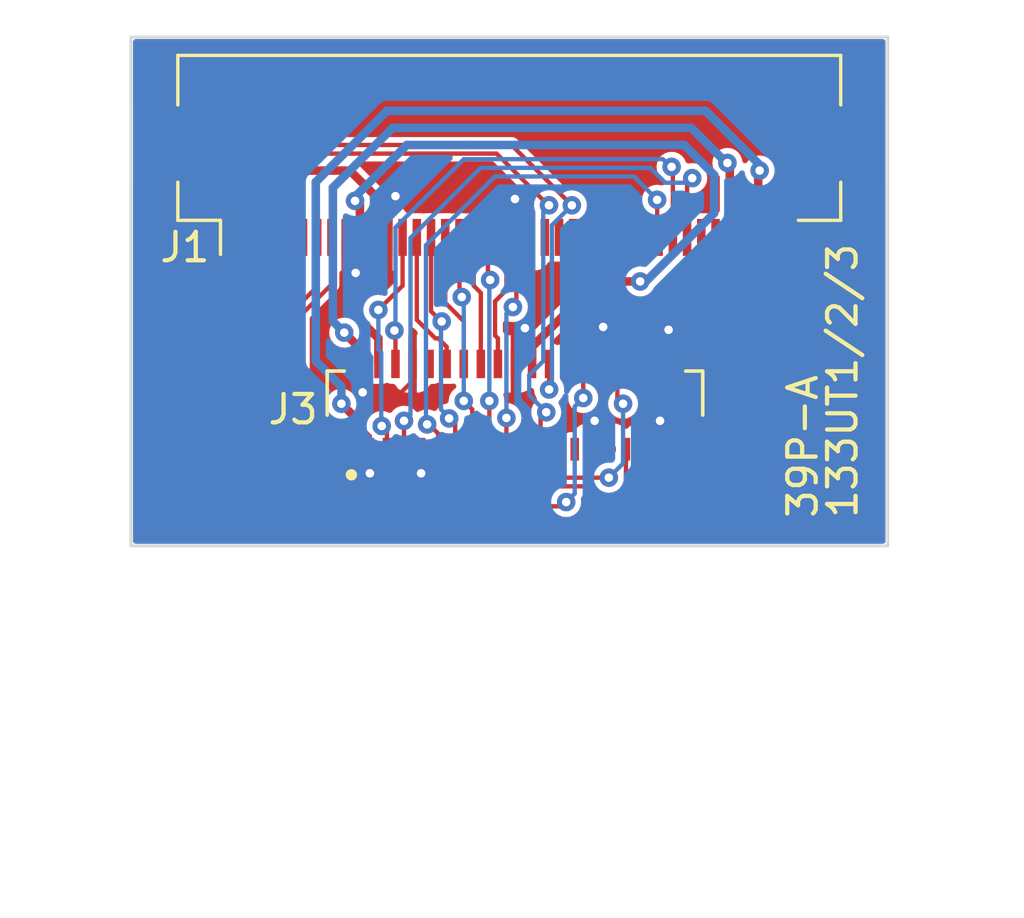
<source format=kicad_pcb>
(kicad_pcb (version 20240108) (generator "pcbnew") (generator_version "8.0")
  (layers (0 "F.Cu" signal) (31 "B.Cu" signal) (34 "B.Paste" user) (35 "F.Paste" user) (36 "B.SilkS" user "B.Silkscreen") (37 "F.SilkS" user "F.Silkscreen") (38 "B.Mask" user) (39 "F.Mask" user) (44 "Edge.Cuts" user))
  (net 0 "")
  (net 1 "VGL")
  (net 2 "GND")
  (net 3 "VGH")
  (net 4 "VCOM")
  (net 5 "VPOS")
  (net 6 "VNEG")
  (net 7 "+3V3")
  (net 10 "/BORDER")
  (net 14 "/GDOE")
  (net 15 "/GDCLK")
  (net 16 "/GDSP")
  (net 17 "/ESDCLK")
  (net 18 "/ED0")
  (net 19 "/ED8")
  (net 20 "/ED1")
  (net 21 "/ED9")
  (net 22 "/ED2")
  (net 23 "/ED10")
  (net 24 "/ED3")
  (net 25 "/ED11")
  (net 26 "/ED4")
  (net 27 "/ED12")
  (net 28 "/ED5")
  (net 29 "/ED13")
  (net 30 "/ED6")
  (net 31 "/ED14")
  (net 32 "/ED7")
  (net 33 "/ED15")
  (net 34 "/SDCE0")
  (net 35 "/ESDLE")
  (net 36 "/ESDOE")
  (footprint "footprints:Hirose_FH12-40S-0.5SH_1x40-1MP_P0.50mm_Horizontal_Reversed" (layer "F.Cu") (at 165.9 78.15 180)
    (property "Reference" "J1" (at 11.4 -2.25 0) (layer "F.SilkS"))
    (property "Value" "FH12-40S-0.5SH")
    (fp_line (start 11.65 4.5) (end 11.65 2.76) (stroke (width 0.12)) (layer "F.SilkS"))
    (fp_line (start 11.65 -1.3) (end 11.65 0.04) (stroke (width 0.12)) (layer "F.SilkS"))
    (fp_line (start 10.16 -1.3) (end 11.65 -1.3) (stroke (width 0.12)) (layer "F.SilkS"))
    (fp_line (start 10.15 -1.3) (end 10.15 -2.5) (stroke (width 0.12)) (layer "F.SilkS"))
    (fp_line (start -10.16 -1.3) (end -11.65 -1.3) (stroke (width 0.12)) (layer "F.SilkS"))
    (fp_line (start -11.65 4.5) (end 11.65 4.5) (stroke (width 0.12)) (layer "F.SilkS"))
    (fp_line (start -11.65 2.76) (end -11.65 4.5) (stroke (width 0.12)) (layer "F.SilkS"))
    (fp_line (start -11.65 -1.3) (end -11.65 0.04) (stroke (width 0.12)) (layer "F.SilkS"))
    (pad "1" smd rect (at 9.75 -1.9) (size 0.3 1.3) (layers "F.Cu" "F.Paste" "F.Mask") (net 1 "VGL"))
    (pad "2" smd rect (at 9.25 -1.9) (size 0.3 1.3) (layers "F.Cu" "F.Paste" "F.Mask"))
    (pad "3" smd rect (at 8.75 -1.9) (size 0.3 1.3) (layers "F.Cu" "F.Paste" "F.Mask") (net 3 "VGH"))
    (pad "4" smd rect (at 8.25 -1.9) (size 0.3 1.3) (layers "F.Cu" "F.Paste" "F.Mask"))
    (pad "5" smd rect (at 7.75 -1.9) (size 0.3 1.3) (layers "F.Cu" "F.Paste" "F.Mask") (net 7 "+3V3"))
    (pad "6" smd rect (at 7.25 -1.9) (size 0.3 1.3) (layers "F.Cu" "F.Paste" "F.Mask") (net 14 "/GDOE"))
    (pad "7" smd rect (at 6.75 -1.9) (size 0.3 1.3) (layers "F.Cu" "F.Paste" "F.Mask") (net 15 "/GDCLK"))
    (pad "8" smd rect (at 6.25 -1.9) (size 0.3 1.3) (layers "F.Cu" "F.Paste" "F.Mask") (net 16 "/GDSP"))
    (pad "9" smd rect (at 5.75 -1.9) (size 0.3 1.3) (layers "F.Cu" "F.Paste" "F.Mask") (net 2 "GND"))
    (pad "10" smd rect (at 5.25 -1.9) (size 0.3 1.3) (layers "F.Cu" "F.Paste" "F.Mask") (net 4 "VCOM"))
    (pad "11" smd rect (at 4.75 -1.9) (size 0.3 1.3) (layers "F.Cu" "F.Paste" "F.Mask") (net 7 "+3V3"))
    (pad "12" smd rect (at 4.25 -1.9) (size 0.3 1.3) (layers "F.Cu" "F.Paste" "F.Mask") (net 2 "GND"))
    (pad "13" smd rect (at 3.75 -1.9) (size 0.3 1.3) (layers "F.Cu" "F.Paste" "F.Mask") (net 17 "/ESDCLK"))
    (pad "14" smd rect (at 3.25 -1.9) (size 0.3 1.3) (layers "F.Cu" "F.Paste" "F.Mask") (net 18 "/ED0"))
    (pad "15" smd rect (at 2.75 -1.9) (size 0.3 1.3) (layers "F.Cu" "F.Paste" "F.Mask") (net 20 "/ED1"))
    (pad "16" smd rect (at 2.25 -1.9) (size 0.3 1.3) (layers "F.Cu" "F.Paste" "F.Mask") (net 22 "/ED2"))
    (pad "17" smd rect (at 1.75 -1.9) (size 0.3 1.3) (layers "F.Cu" "F.Paste" "F.Mask") (net 24 "/ED3"))
    (pad "18" smd rect (at 1.25 -1.9) (size 0.3 1.3) (layers "F.Cu" "F.Paste" "F.Mask") (net 26 "/ED4"))
    (pad "19" smd rect (at 0.75 -1.9) (size 0.3 1.3) (layers "F.Cu" "F.Paste" "F.Mask") (net 28 "/ED5"))
    (pad "20" smd rect (at 0.25 -1.9) (size 0.3 1.3) (layers "F.Cu" "F.Paste" "F.Mask") (net 30 "/ED6"))
    (pad "21" smd rect (at -0.25 -1.9) (size 0.3 1.3) (layers "F.Cu" "F.Paste" "F.Mask") (net 32 "/ED7"))
    (pad "22" smd rect (at -0.75 -1.9) (size 0.3 1.3) (layers "F.Cu" "F.Paste" "F.Mask") (net 2 "GND"))
    (pad "23" smd rect (at -1.25 -1.9) (size 0.3 1.3) (layers "F.Cu" "F.Paste" "F.Mask") (net 19 "/ED8"))
    (pad "24" smd rect (at -1.75 -1.9) (size 0.3 1.3) (layers "F.Cu" "F.Paste" "F.Mask") (net 21 "/ED9"))
    (pad "25" smd rect (at -2.25 -1.9) (size 0.3 1.3) (layers "F.Cu" "F.Paste" "F.Mask") (net 23 "/ED10"))
    (pad "26" smd rect (at -2.75 -1.9) (size 0.3 1.3) (layers "F.Cu" "F.Paste" "F.Mask") (net 25 "/ED11"))
    (pad "27" smd rect (at -3.25 -1.9) (size 0.3 1.3) (layers "F.Cu" "F.Paste" "F.Mask") (net 27 "/ED12"))
    (pad "28" smd rect (at -3.75 -1.9) (size 0.3 1.3) (layers "F.Cu" "F.Paste" "F.Mask") (net 29 "/ED13"))
    (pad "29" smd rect (at -4.25 -1.9) (size 0.3 1.3) (layers "F.Cu" "F.Paste" "F.Mask") (net 31 "/ED14"))
    (pad "30" smd rect (at -4.75 -1.9) (size 0.3 1.3) (layers "F.Cu" "F.Paste" "F.Mask") (net 33 "/ED15"))
    (pad "31" smd rect (at -5.25 -1.9) (size 0.3 1.3) (layers "F.Cu" "F.Paste" "F.Mask") (net 34 "/SDCE0"))
    (pad "32" smd rect (at -5.75 -1.9) (size 0.3 1.3) (layers "F.Cu" "F.Paste" "F.Mask") (net 35 "/ESDLE"))
    (pad "33" smd rect (at -6.25 -1.9) (size 0.3 1.3) (layers "F.Cu" "F.Paste" "F.Mask") (net 36 "/ESDOE"))
    (pad "34" smd rect (at -6.75 -1.9) (size 0.3 1.3) (layers "F.Cu" "F.Paste" "F.Mask"))
    (pad "35" smd rect (at -7.25 -1.9) (size 0.3 1.3) (layers "F.Cu" "F.Paste" "F.Mask"))
    (pad "36" smd rect (at -7.75 -1.9) (size 0.3 1.3) (layers "F.Cu" "F.Paste" "F.Mask") (net 5 "VPOS"))
    (pad "37" smd rect (at -8.25 -1.9) (size 0.3 1.3) (layers "F.Cu" "F.Paste" "F.Mask"))
    (pad "38" smd rect (at -8.75 -1.9) (size 0.3 1.3) (layers "F.Cu" "F.Paste" "F.Mask") (net 6 "VNEG"))
    (pad "39" smd rect (at -9.25 -1.9) (size 0.3 1.3) (layers "F.Cu" "F.Paste" "F.Mask"))
    (pad "40" smd rect (at -9.75 -1.9) (size 0.3 1.3) (layers "F.Cu" "F.Paste" "F.Mask") (net 10 "/BORDER"))
    (pad "MP" smd rect (at -11.65 1.4 180) (size 1.8 2.2) (layers "F.Cu" "F.Paste" "F.Mask") (net 2 "GND"))
    (pad "MP" smd rect (at 11.65 1.4 180) (size 1.8 2.2) (layers "F.Cu" "F.Paste" "F.Mask") (net 2 "GND"))
  )
  (footprint "footprints:HRS_FH26W-39S-0.3SHW(60)" (layer "F.Cu") (at 166.1 86.1)
    (property "Reference" "J3" (at -7.8 0 0) (layer "F.SilkS"))
    (property "Value" "10064555-392120HLF")
    (fp_line (start -6.6 -1.35) (end -6 -1.35) (stroke (width 0.127)) (layer "F.SilkS"))
    (fp_line (start -6.6 0.2) (end -6.6 -1.35) (stroke (width 0.127)) (layer "F.SilkS"))
    (fp_line (start 6.6 -1.35) (end 6 -1.35) (stroke (width 0.127)) (layer "F.SilkS"))
    (fp_line (start 6.6 0.2) (end 6.6 -1.35) (stroke (width 0.127)) (layer "F.SilkS"))
    (fp_circle (center -5.75 2.3) (end -5.65 2.3) (stroke (width 0.2)) (fill none) (layer "F.SilkS"))
    (pad "1" smd rect (at -5.7 1.4) (size 0.3 0.8) (layers "F.Cu" "F.Paste" "F.Mask") (net 6 "VNEG"))
    (pad "2" smd rect (at -5.4 -1.6) (size 0.3 1) (layers "F.Cu" "F.Paste" "F.Mask") (net 5 "VPOS"))
    (pad "3" smd rect (at -5.1 1.4) (size 0.3 0.8) (layers "F.Cu" "F.Paste" "F.Mask") (net 2 "GND"))
    (pad "4" smd rect (at -4.8 -1.6) (size 0.3 1) (layers "F.Cu" "F.Paste" "F.Mask") (net 7 "+3V3"))
    (pad "5" smd rect (at -4.5 1.4) (size 0.3 0.8) (layers "F.Cu" "F.Paste" "F.Mask") (net 17 "/ESDCLK"))
    (pad "6" smd rect (at -4.2 -1.6) (size 0.3 1) (layers "F.Cu" "F.Paste" "F.Mask") (net 35 "/ESDLE"))
    (pad "7" smd rect (at -3.9 1.4) (size 0.3 0.8) (layers "F.Cu" "F.Paste" "F.Mask") (net 36 "/ESDOE"))
    (pad "8" smd rect (at -3.6 -1.6) (size 0.3 1) (layers "F.Cu" "F.Paste" "F.Mask") (net 2 "GND"))
    (pad "9" smd rect (at -3.3 1.4) (size 0.3 0.8) (layers "F.Cu" "F.Paste" "F.Mask") (net 2 "GND"))
    (pad "10" smd rect (at -3 -1.6) (size 0.3 1) (layers "F.Cu" "F.Paste" "F.Mask"))
    (pad "11" smd rect (at -2.7 1.4) (size 0.3 0.8) (layers "F.Cu" "F.Paste" "F.Mask") (net 34 "/SDCE0"))
    (pad "12" smd rect (at -2.4 -1.6) (size 0.3 1) (layers "F.Cu" "F.Paste" "F.Mask") (net 18 "/ED0"))
    (pad "13" smd rect (at -2.1 1.4) (size 0.3 0.8) (layers "F.Cu" "F.Paste" "F.Mask") (net 20 "/ED1"))
    (pad "14" smd rect (at -1.8 -1.6) (size 0.3 1) (layers "F.Cu" "F.Paste" "F.Mask") (net 22 "/ED2"))
    (pad "15" smd rect (at -1.5 1.4) (size 0.3 0.8) (layers "F.Cu" "F.Paste" "F.Mask") (net 24 "/ED3"))
    (pad "16" smd rect (at -1.2 -1.6) (size 0.3 1) (layers "F.Cu" "F.Paste" "F.Mask") (net 26 "/ED4"))
    (pad "17" smd rect (at -0.9 1.4) (size 0.3 0.8) (layers "F.Cu" "F.Paste" "F.Mask") (net 28 "/ED5"))
    (pad "18" smd rect (at -0.6 -1.6) (size 0.3 1) (layers "F.Cu" "F.Paste" "F.Mask") (net 30 "/ED6"))
    (pad "19" smd rect (at -0.3 1.4) (size 0.3 0.8) (layers "F.Cu" "F.Paste" "F.Mask") (net 32 "/ED7"))
    (pad "20" smd rect (at 0 -1.6) (size 0.3 1) (layers "F.Cu" "F.Paste" "F.Mask") (net 2 "GND"))
    (pad "21" smd rect (at 0.3 1.4) (size 0.3 0.8) (layers "F.Cu" "F.Paste" "F.Mask"))
    (pad "22" smd rect (at 0.6 -1.6) (size 0.3 1) (layers "F.Cu" "F.Paste" "F.Mask") (net 4 "VCOM"))
    (pad "23" smd rect (at 0.9 1.4) (size 0.3 0.8) (layers "F.Cu" "F.Paste" "F.Mask") (net 3 "VGH"))
    (pad "24" smd rect (at 1.2 -1.6) (size 0.3 1) (layers "F.Cu" "F.Paste" "F.Mask") (net 1 "VGL"))
    (pad "25" smd rect (at 1.5 1.4) (size 0.3 0.8) (layers "F.Cu" "F.Paste" "F.Mask"))
    (pad "26" smd rect (at 1.8 -1.6) (size 0.3 1) (layers "F.Cu" "F.Paste" "F.Mask"))
    (pad "27" smd rect (at 2.1 1.4) (size 0.3 0.8) (layers "F.Cu" "F.Paste" "F.Mask"))
    (pad "28" smd rect (at 2.4 -1.6) (size 0.3 1) (layers "F.Cu" "F.Paste" "F.Mask") (net 14 "/GDOE"))
    (pad "29" smd rect (at 2.7 1.4) (size 0.3 0.8) (layers "F.Cu" "F.Paste" "F.Mask") (net 2 "GND"))
    (pad "30" smd rect (at 3 -1.6) (size 0.3 1) (layers "F.Cu" "F.Paste" "F.Mask") (net 2 "GND"))
    (pad "31" smd rect (at 3.3 1.4) (size 0.3 0.8) (layers "F.Cu" "F.Paste" "F.Mask") (net 2 "GND"))
    (pad "32" smd rect (at 3.6 -1.6) (size 0.3 1) (layers "F.Cu" "F.Paste" "F.Mask") (net 16 "/GDSP"))
    (pad "33" smd rect (at 3.9 1.4) (size 0.3 0.8) (layers "F.Cu" "F.Paste" "F.Mask") (net 15 "/GDCLK"))
    (pad "34" smd rect (at 4.2 -1.6) (size 0.3 1) (layers "F.Cu" "F.Paste" "F.Mask") (net 10 "/BORDER"))
    (pad "35" smd rect (at 4.5 1.4) (size 0.3 0.8) (layers "F.Cu" "F.Paste" "F.Mask") (net 2 "GND"))
    (pad "36" smd rect (at 4.8 -1.6) (size 0.3 1) (layers "F.Cu" "F.Paste" "F.Mask") (net 2 "GND"))
    (pad "37" smd rect (at 5.1 1.4) (size 0.3 0.8) (layers "F.Cu" "F.Paste" "F.Mask") (net 2 "GND"))
    (pad "38" smd rect (at 5.4 -1.6) (size 0.3 1) (layers "F.Cu" "F.Paste" "F.Mask") (net 2 "GND"))
    (pad "39" smd rect (at 5.7 1.4) (size 0.3 0.8) (layers "F.Cu" "F.Paste" "F.Mask") (net 2 "GND"))
    (pad "S1" smd rect (at -6.4 1.125) (size 0.4 0.95) (layers "F.Cu" "F.Paste" "F.Mask"))
    (pad "S2" smd rect (at 6.4 1.125) (size 0.4 0.95) (layers "F.Cu" "F.Paste" "F.Mask"))
  )
  (gr_rect (start 152.6 73) (end 179.2 90.9) (stroke (width 0.1)) (fill none) (layer "Edge.Cuts"))
  (gr_text "133UT1/2/3" (at 178.2 90 90) (layer "F.SilkS") (effects (font (size 1 1)) (justify left bottom)))
  (gr_text "39P-A" (at 176.8 90 90) (layer "F.SilkS") (effects (font (size 1 1)) (justify left bottom)))
  (segment (start 157.5 76.8) (end 156.15 78.15) (width 0.1524) (layer "F.Cu") (net 1))
  (segment (start 156.15 78.15) (end 156.15 80.05) (width 0.1524) (layer "F.Cu") (net 1))
  (segment (start 167.3 84.5) (end 167.3 85.4) (width 0.1524) (layer "F.Cu") (net 1))
  (segment (start 168.1 78.923098) (end 165.976902 76.8) (width 0.1524) (layer "F.Cu") (net 1))
  (segment (start 165.976902 76.8) (end 157.5 76.8) (width 0.1524) (layer "F.Cu") (net 1))
  (via (at 168.1 78.923098) (size 0.65) (drill 0.3) (layers "F.Cu" "B.Cu") (net 1))
  (via (at 167.3 85.4) (size 0.65) (drill 0.3) (layers "F.Cu" "B.Cu") (net 1))
  (segment (start 168.1 78.923098) (end 167.4 79.623098) (width 0.1524) (layer "B.Cu") (net 1))
  (segment (start 167.4 79.623098) (end 167.4 85.3) (width 0.1524) (layer "B.Cu") (net 1))
  (segment (start 167.4 85.3) (end 167.3 85.4) (width 0.1524) (layer "B.Cu") (net 1))
  (segment (start 168.8 86.6) (end 168.9 86.5) (width 0.3) (layer "F.Cu") (net 2))
  (segment (start 171.2 87.5) (end 171.2 86.5) (width 0.3) (layer "F.Cu") (net 2))
  (segment (start 166.1 83.6281) (end 166.3281 83.4) (width 0.1524) (layer "F.Cu") (net 2))
  (segment (start 166.65 78.85) (end 166.6 78.8) (width 0.1524) (layer "F.Cu") (net 2))
  (segment (start 160.95 86.15) (end 161.4 85.7) (width 0.1524) (layer "F.Cu") (net 2))
  (segment (start 170.6 87.1) (end 171.2 86.5) (width 0.3) (layer "F.Cu") (net 2))
  (segment (start 169.4 87) (end 168.9 86.5) (width 0.3) (layer "F.Cu") (net 2))
  (segment (start 171.1 83.3) (end 171.5 83.3) (width 0.3) (layer "F.Cu") (net 2))
  (segment (start 160.15 81.05) (end 160.474392 81.374392) (width 0.1524) (layer "F.Cu") (net 2))
  (segment (start 169.1 84.5) (end 169.1 83.3) (width 0.1524) (layer "F.Cu") (net 2))
  (segment (start 170.9 83.5) (end 171.1 83.3) (width 0.3) (layer "F.Cu") (net 2))
  (segment (start 170.6 87.5) (end 170.6 87.1) (width 0.3) (layer "F.Cu") (net 2))
  (segment (start 169.1 83.3) (end 169.2 83.2) (width 0.1524) (layer "F.Cu") (net 2))
  (segment (start 160.8 86.846863) (end 160.8 86.3) (width 0.1524) (layer "F.Cu") (net 2))
  (segment (start 166.3281 83.4) (end 166.3281 83.364661) (width 0.1524) (layer "F.Cu") (net 2))
  (segment (start 162.8 87.5) (end 162.8 88.3719) (width 0.1524) (layer "F.Cu") (net 2))
  (segment (start 162.8 88.3719) (end 162.8 88.3469) (width 0.1524) (layer "F.Cu") (net 2))
  (segment (start 166.4 78.8) (end 166.2 78.8) (width 0.1524) (layer "F.Cu") (net 2))
  (segment (start 166.3281 83.364661) (end 166.450719 83.242042) (width 0.1524) (layer "F.Cu") (net 2))
  (segment (start 161.8 78.6) (end 161.9 78.6) (width 0.1524) (layer "F.Cu") (net 2))
  (segment (start 161 88.3719) (end 161 88.3469) (width 0.1524) (layer "F.Cu") (net 2))
  (segment (start 161.65 80.05) (end 161.65 78.75) (width 0.1524) (layer "F.Cu") (net 2))
  (segment (start 161 87.046863) (end 160.8 86.846863) (width 0.1524) (layer "F.Cu") (net 2))
  (segment (start 160.474392 81.374392) (end 160.5 81.348784) (width 0.1524) (layer "F.Cu") (net 2))
  (segment (start 168.8 87.5) (end 168.8 86.6) (width 0.3) (layer "F.Cu") (net 2))
  (segment (start 166.6 78.8) (end 166.4 78.8) (width 0.1524) (layer "F.Cu") (net 2))
  (segment (start 171.8 87.1) (end 171.2 86.5) (width 0.3) (layer "F.Cu") (net 2))
  (segment (start 161.4 85.7) (end 161.9 85.7) (width 0.1524) (layer "F.Cu") (net 2))
  (segment (start 162.5 84.5) (end 162.5 85.1) (width 0.1524) (layer "F.Cu") (net 2))
  (segment (start 161 87.5) (end 161 87.046863) (width 0.1524) (layer "F.Cu") (net 2))
  (segment (start 160.95 86.15) (end 160.95 85.7036) (width 0.1524) (layer "F.Cu") (net 2))
  (segment (start 160.8 86.3) (end 160.95 86.15) (width 0.1524) (layer "F.Cu") (net 2))
  (segment (start 170.9 84.5) (end 170.9 83.5) (width 0.3) (layer "F.Cu") (net 2))
  (segment (start 166.65 80.05) (end 166.65 78.85) (width 0.1524) (layer "F.Cu") (net 2))
  (segment (start 161 87.5) (end 161 88.3719) (width 0.1524) (layer "F.Cu") (net 2))
  (segment (start 171.8 87.5) (end 171.8 87.1) (width 0.3) (layer "F.Cu") (net 2))
  (segment (start 166.1 84.5) (end 166.1 83.6281) (width 0.1524) (layer "F.Cu") (net 2))
  (segment (start 162.5 85.1) (end 161.9 85.7) (width 0.1524) (layer "F.Cu") (net 2))
  (segment (start 166.2 78.8) (end 166.1 78.7) (width 0.1524) (layer "F.Cu") (net 2))
  (segment (start 160.5 81.348784) (end 160.5 81.3) (width 0.1524) (layer "F.Cu") (net 2))
  (segment (start 169.4 87.5) (end 169.4 87) (width 0.3) (layer "F.Cu") (net 2))
  (segment (start 160.15 80.05) (end 160.15 81.05) (width 0.1524) (layer "F.Cu") (net 2))
  (segment (start 171.5 84.5) (end 171.5 83.3) (width 0.3) (layer "F.Cu") (net 2))
  (segment (start 160.95 85.7036) (end 160.7464 85.5) (width 0.1524) (layer "F.Cu") (net 2))
  (segment (start 161.65 78.75) (end 161.8 78.6) (width 0.1524) (layer "F.Cu") (net 2))
  (via (at 168.9 86.5) (size 0.65) (drill 0.3) (layers "F.Cu" "B.Cu") (net 2))
  (via (at 166.1 78.7) (size 0.65) (drill 0.3) (layers "F.Cu" "B.Cu") (net 2))
  (via (at 171.5 83.3) (size 0.65) (drill 0.3) (layers "F.Cu" "B.Cu") (net 2))
  (via (at 161.9 78.6) (size 0.65) (drill 0.3) (layers "F.Cu" "B.Cu") (net 2))
  (via (at 161 88.3469) (size 0.65) (drill 0.3) (layers "F.Cu" "B.Cu") (net 2))
  (via (at 160.7464 85.5) (size 0.65) (drill 0.3) (layers "F.Cu" "B.Cu") (net 2))
  (via (at 171.2 86.5) (size 0.65) (drill 0.3) (layers "F.Cu" "B.Cu") (net 2))
  (via (at 166.450719 83.242042) (size 0.65) (drill 0.3) (layers "F.Cu" "B.Cu") (net 2))
  (via (at 162.8 88.3469) (size 0.65) (drill 0.3) (layers "F.Cu" "B.Cu") (net 2))
  (via (at 169.2 83.2) (size 0.65) (drill 0.3) (layers "F.Cu" "B.Cu") (net 2))
  (via (at 160.5 81.3) (size 0.65) (drill 0.3) (layers "F.Cu" "B.Cu") (net 2))
  (segment (start 157.15 78.25) (end 157.15 80.05) (width 0.1524) (layer "F.Cu") (net 3))
  (segment (start 167.2 86.2) (end 167 86.4) (width 0.1524) (layer "F.Cu") (net 3))
  (segment (start 165.456222 77.10432) (end 158.29568 77.10432) (width 0.1524) (layer "F.Cu") (net 3))
  (segment (start 167 86.4) (end 167 87.5) (width 0.1524) (layer "F.Cu") (net 3))
  (segment (start 167.3 78.948098) (end 165.456222 77.10432) (width 0.1524) (layer "F.Cu") (net 3))
  (segment (start 158.29568 77.10432) (end 157.15 78.25) (width 0.1524) (layer "F.Cu") (net 3))
  (via (at 167.296566 78.921232) (size 0.65) (drill 0.3) (layers "F.Cu" "B.Cu") (net 3))
  (via (at 167.2 86.2) (size 0.65) (drill 0.3) (layers "F.Cu" "B.Cu") (net 3))
  (segment (start 167.3 78.924666) (end 167.296566 78.921232) (width 0.1524) (layer "B.Cu") (net 3))
  (segment (start 167.3 78.948098) (end 167.3 78.924666) (width 0.1524) (layer "B.Cu") (net 3))
  (segment (start 167.09568 79.152418) (end 167.09568 84.4) (width 0.1524) (layer "B.Cu") (net 3))
  (segment (start 166.6 84.89568) (end 166.6 85.6) (width 0.1524) (layer "B.Cu") (net 3))
  (segment (start 166.6 85.6) (end 167.2 86.2) (width 0.1524) (layer "B.Cu") (net 3))
  (segment (start 167.3 78.948098) (end 167.09568 79.152418) (width 0.1524) (layer "B.Cu") (net 3))
  (segment (start 167.09568 84.4) (end 166.6 84.89568) (width 0.1524) (layer "B.Cu") (net 3))
  (segment (start 169 81.6) (end 166.7 83.9) (width 0.3) (layer "F.Cu") (net 4))
  (segment (start 160.474392 78.725608) (end 160.478603 78.729819) (width 0.3) (layer "F.Cu") (net 4))
  (segment (start 170.5 81.6) (end 169 81.6) (width 0.3) (layer "F.Cu") (net 4))
  (segment (start 160.65 80.05) (end 160.65 78.901216) (width 0.3) (layer "F.Cu") (net 4))
  (segment (start 166.7 83.9) (end 166.7 84.5) (width 0.3) (layer "F.Cu") (net 4))
  (segment (start 160.65 78.901216) (end 160.474392 78.725608) (width 0.3) (layer "F.Cu") (net 4))
  (segment (start 160.478603 78.729819) (end 160.478603 78.765881) (width 0.3) (layer "F.Cu") (net 4))
  (via (at 160.478603 78.765881) (size 0.65) (drill 0.3) (layers "F.Cu" "B.Cu") (net 4))
  (via (at 170.5 81.6) (size 0.65) (drill 0.3) (layers "F.Cu" "B.Cu") (net 4))
  (segment (start 172.94027 77.689132) (end 172.94027 77.692208) (width 0.3) (layer "B.Cu") (net 4))
  (segment (start 164.4 76.8) (end 172.051138 76.8) (width 0.3) (layer "B.Cu") (net 4))
  (segment (start 173.1 77.851938) (end 173.1 79.2) (width 0.3) (layer "B.Cu") (net 4))
  (segment (start 173.1 79.2) (end 170.7 81.6) (width 0.3) (layer "B.Cu") (net 4))
  (segment (start 160.478603 78.621397) (end 162.1 77) (width 0.3) (layer "B.Cu") (net 4))
  (segment (start 172.94027 77.692208) (end 173.1 77.851938) (width 0.3) (layer "B.Cu") (net 4))
  (segment (start 170.7 81.6) (end 170.5 81.6) (width 0.3) (layer "B.Cu") (net 4))
  (segment (start 162.1 77) (end 162.3 76.8) (width 0.3) (layer "B.Cu") (net 4))
  (segment (start 160.478603 78.765881) (end 160.478603 78.621397) (width 0.3) (layer "B.Cu") (net 4))
  (segment (start 172.051138 76.8) (end 172.94027 77.689132) (width 0.3) (layer "B.Cu") (net 4))
  (segment (start 162.3 76.8) (end 164.4 76.8) (width 0.3) (layer "B.Cu") (net 4))
  (segment (start 173.56767 77.46767) (end 173.56767 77.43233) (width 0.3) (layer "F.Cu") (net 5))
  (segment (start 160.7 84) (end 160.1 83.4) (width 0.3) (layer "F.Cu") (net 5))
  (segment (start 173.65 77.55) (end 173.56767 77.46767) (width 0.3) (layer "F.Cu") (net 5))
  (segment (start 173.65 80.05) (end 173.65 77.55) (width 0.3) (layer "F.Cu") (net 5))
  (segment (start 160.7 84.5) (end 160.7 84) (width 0.3) (layer "F.Cu") (net 5))
  (via (at 173.56767 77.43233) (size 0.65) (drill 0.3) (layers "F.Cu" "B.Cu") (net 5))
  (via (at 160.1 83.4) (size 0.65) (drill 0.3) (layers "F.Cu" "B.Cu") (net 5))
  (segment (start 160.1 83.4) (end 159.7 83) (width 0.3) (layer "B.Cu") (net 5))
  (segment (start 159.7 83) (end 159.7 78.3) (width 0.3) (layer "B.Cu") (net 5))
  (segment (start 161.8 76.2) (end 172.3 76.2) (width 0.3) (layer "B.Cu") (net 5))
  (segment (start 172.3 76.2) (end 173.6 77.5) (width 0.3) (layer "B.Cu") (net 5))
  (segment (start 159.7 78.3) (end 161.8 76.2) (width 0.3) (layer "B.Cu") (net 5))
  (segment (start 174.65 80.05) (end 174.65 77.75) (width 0.3) (layer "F.Cu") (net 6))
  (segment (start 174.65 77.75) (end 174.7 77.7) (width 0.3) (layer "F.Cu") (net 6))
  (segment (start 160.4 86.3) (end 160.4 87.5) (width 0.3) (layer "F.Cu") (net 6))
  (segment (start 160 85.9) (end 160.4 86.3) (width 0.3) (layer "F.Cu") (net 6))
  (via (at 174.7 77.7) (size 0.65) (drill 0.3) (layers "F.Cu" "B.Cu") (net 6))
  (via (at 160 85.9) (size 0.65) (drill 0.3) (layers "F.Cu" "B.Cu") (net 6))
  (segment (start 160 85.3) (end 159.1 84.4) (width 0.3) (layer "B.Cu") (net 6))
  (segment (start 172.8 75.6) (end 174.7 77.5) (width 0.3) (layer "B.Cu") (net 6))
  (segment (start 161.6 75.6) (end 172.8 75.6) (width 0.3) (layer "B.Cu") (net 6))
  (segment (start 159.1 84.4) (end 159.1 78.1) (width 0.3) (layer "B.Cu") (net 6))
  (segment (start 174.7 77.5) (end 174.7 77.7) (width 0.3) (layer "B.Cu") (net 6))
  (segment (start 160 85.9) (end 160 85.3) (width 0.3) (layer "B.Cu") (net 6))
  (segment (start 159.1 78.1) (end 161.6 75.6) (width 0.3) (layer "B.Cu") (net 6))
  (segment (start 161.15 81.55) (end 160.6 82.1) (width 0.3) (layer "F.Cu") (net 7))
  (segment (start 158.15 78.35) (end 158.8 77.7) (width 0.3) (layer "F.Cu") (net 7))
  (segment (start 161.3 83.6) (end 161.3 84.5) (width 0.3) (layer "F.Cu") (net 7))
  (segment (start 161.15 80.05) (end 161.15 81.55) (width 0.3) (layer "F.Cu") (net 7))
  (segment (start 161.15 78.55) (end 161.15 80.05) (width 0.3) (layer "F.Cu") (net 7))
  (segment (start 160.3 77.7) (end 161.15 78.55) (width 0.3) (layer "F.Cu") (net 7))
  (segment (start 158.8 77.7) (end 160.3 77.7) (width 0.3) (layer "F.Cu") (net 7))
  (segment (start 160.6 82.1) (end 160.6 82.9) (width 0.3) (layer "F.Cu") (net 7))
  (segment (start 158.15 80.05) (end 158.15 78.35) (width 0.3) (layer "F.Cu") (net 7))
  (segment (start 160.6 82.9) (end 161.3 83.6) (width 0.3) (layer "F.Cu") (net 7))
  (segment (start 175 82) (end 171.4 82) (width 0.3) (layer "F.Cu") (net 10))
  (segment (start 170.3 83.1) (end 170.3 84.5) (width 0.3) (layer "F.Cu") (net 10))
  (segment (start 171.4 82) (end 170.3 83.1) (width 0.3) (layer "F.Cu") (net 10))
  (segment (start 175.65 81.35) (end 175 82) (width 0.3) (layer "F.Cu") (net 10))
  (segment (start 175.65 80.05) (end 175.65 81.35) (width 0.3) (layer "F.Cu") (net 10))
  (segment (start 158.65 81.85) (end 158.65 80.05) (width 0.1524) (layer "F.Cu") (net 14))
  (segment (start 159.30864 89.50864) (end 158 88.2) (width 0.1524) (layer "F.Cu") (net 14))
  (segment (start 158 82.5) (end 158.65 81.85) (width 0.1524) (layer "F.Cu") (net 14))
  (segment (start 167.9 89.358411) (end 167.749771 89.50864) (width 0.1524) (layer "F.Cu") (net 14))
  (segment (start 158 88.2) (end 158 82.5) (width 0.1524) (layer "F.Cu") (net 14))
  (segment (start 168.5 85.7) (end 168.5 84.5) (width 0.1524) (layer "F.Cu") (net 14))
  (segment (start 167.749771 89.50864) (end 159.30864 89.50864) (width 0.1524) (layer "F.Cu") (net 14))
  (via (at 167.9 89.358411) (size 0.65) (drill 0.3) (layers "F.Cu" "B.Cu") (net 14))
  (via (at 168.5 85.7) (size 0.65) (drill 0.3) (layers "F.Cu" "B.Cu") (net 14))
  (segment (start 168.2 89.058411) (end 168.2 86) (width 0.1524) (layer "B.Cu") (net 14))
  (segment (start 167.9 89.358411) (end 168.2 89.058411) (width 0.1524) (layer "B.Cu") (net 14))
  (segment (start 168.2 86) (end 168.5 85.7) (width 0.1524) (layer "B.Cu") (net 14))
  (segment (start 170 88.90432) (end 169.7 89.20432) (width 0.1524) (layer "F.Cu") (net 15))
  (segment (start 168.604811 88.804811) (end 166.995189 88.804811) (width 0.1524) (layer "F.Cu") (net 15))
  (segment (start 159.15 81.780374) (end 159.15 80.05) (width 0.1524) (layer "F.Cu") (net 15))
  (segment (start 166.6 89.2) (end 166.6 89.20432) (width 0.1524) (layer "F.Cu") (net 15))
  (segment (start 170 87.5) (end 170 88.90432) (width 0.1524) (layer "F.Cu") (net 15))
  (segment (start 159.434694 89.20432) (end 158.30432 88.073946) (width 0.1524) (layer "F.Cu") (net 15))
  (segment (start 166.6 89.20432) (end 159.434694 89.20432) (width 0.1524) (layer "F.Cu") (net 15))
  (segment (start 166.995189 88.804811) (end 166.6 89.2) (width 0.1524) (layer "F.Cu") (net 15))
  (segment (start 169.7 89.20432) (end 169.00432 89.20432) (width 0.1524) (layer "F.Cu") (net 15))
  (segment (start 158.30432 82.626054) (end 159.15 81.780374) (width 0.1524) (layer "F.Cu") (net 15))
  (segment (start 169.00432 89.20432) (end 168.604811 88.804811) (width 0.1524) (layer "F.Cu") (net 15))
  (segment (start 158.30432 88.073946) (end 158.30432 82.626054) (width 0.1524) (layer "F.Cu") (net 15))
  (segment (start 166.4 88.9) (end 159.560748 88.9) (width 0.1524) (layer "F.Cu") (net 16))
  (segment (start 166.799989 88.500011) (end 166.4 88.9) (width 0.1524) (layer "F.Cu") (net 16))
  (segment (start 169.350005 88.550005) (end 169.350006 88.550005) (width 0.1524) (layer "F.Cu") (net 16))
  (segment (start 158.60864 82.752108) (end 159.65 81.710748) (width 0.1524) (layer "F.Cu") (net 16))
  (segment (start 169.7 85.7) (end 169.7 84.5) (width 0.1524) (layer "F.Cu") (net 16))
  (segment (start 158.60864 87.947892) (end 158.60864 82.752108) (width 0.1524) (layer "F.Cu") (net 16))
  (segment (start 159.560748 88.9) (end 158.60864 87.947892) (width 0.1524) (layer "F.Cu") (net 16))
  (segment (start 169.350006 88.550005) (end 169.4 88.500011) (width 0.1524) (layer "F.Cu") (net 16))
  (segment (start 169.4 88.500011) (end 169.350005 88.550005) (width 0.1524) (layer "F.Cu") (net 16))
  (segment (start 169.4 88.500011) (end 166.799989 88.500011) (width 0.1524) (layer "F.Cu") (net 16))
  (segment (start 169.9 85.9) (end 169.7 85.7) (width 0.1524) (layer "F.Cu") (net 16))
  (segment (start 159.65 81.710748) (end 159.65 80.05) (width 0.1524) (layer "F.Cu") (net 16))
  (via (at 169.9 85.9) (size 0.65) (drill 0.3) (layers "F.Cu" "B.Cu") (net 16))
  (via (at 169.4 88.500011) (size 0.65) (drill 0.3) (layers "F.Cu" "B.Cu") (net 16))
  (segment (start 169.9 88.000011) (end 169.4 88.500011) (width 0.1524) (layer "B.Cu") (net 16))
  (segment (start 169.9 85.9) (end 169.9 88.000011) (width 0.1524) (layer "B.Cu") (net 16))
  (segment (start 161.6 86.9) (end 161.4 86.7) (width 0.1524) (layer "F.Cu") (net 17))
  (segment (start 162.15 81.75) (end 162.15 80.05) (width 0.1524) (layer "F.Cu") (net 17))
  (segment (start 161.3 82.6) (end 162.15 81.75) (width 0.1524) (layer "F.Cu") (net 17))
  (segment (start 161.6 87.5) (end 161.6 86.9) (width 0.1524) (layer "F.Cu") (net 17))
  (via (at 161.416834 86.683311) (size 0.65) (drill 0.3) (layers "F.Cu" "B.Cu") (net 17))
  (via (at 161.3 82.6) (size 0.65) (drill 0.3) (layers "F.Cu" "B.Cu") (net 17))
  (segment (start 161.4 84.1) (end 161.3 84) (width 0.1524) (layer "B.Cu") (net 17))
  (segment (start 161.416834 86.683311) (end 161.4 86.666477) (width 0.1524) (layer "B.Cu") (net 17))
  (segment (start 161.4 86.666477) (end 161.4 84.1) (width 0.1524) (layer "B.Cu") (net 17))
  (segment (start 161.3 84) (end 161.3 82.6) (width 0.1524) (layer "B.Cu") (net 17))
  (segment (start 163.7 84.5) (end 163.7 83.9) (width 0.1524) (layer "F.Cu") (net 18))
  (segment (start 163.4 83.6) (end 163.3 83.6) (width 0.1524) (layer "F.Cu") (net 18))
  (segment (start 163.7 83.9) (end 163.4 83.6) (width 0.1524) (layer "F.Cu") (net 18))
  (segment (start 162.65 82.95) (end 162.65 80.05) (width 0.1524) (layer "F.Cu") (net 18))
  (segment (start 163.3 83.6) (end 162.65 82.95) (width 0.1524) (layer "F.Cu") (net 18))
  (segment (start 163.517798 83) (end 163.525 83.007202) (width 0.1524) (layer "F.Cu") (net 20))
  (segment (start 163.15 82.65) (end 163.15 80.05) (width 0.1524) (layer "F.Cu") (net 20))
  (segment (start 163.5 83) (end 163.15 82.65) (width 0.1524) (layer "F.Cu") (net 20))
  (segment (start 163.8 86.4) (end 164 86.6) (width 0.1524) (layer "F.Cu") (net 20))
  (segment (start 163.5 83) (end 163.517798 83) (width 0.1524) (layer "F.Cu") (net 20))
  (segment (start 164 86.6) (end 164 87.5) (width 0.1524) (layer "F.Cu") (net 20))
  (via (at 163.525 83.007202) (size 0.65) (drill 0.3) (layers "F.Cu" "B.Cu") (net 20))
  (via (at 163.786634 86.416039) (size 0.65) (drill 0.3) (layers "F.Cu" "B.Cu") (net 20))
  (segment (start 163.8 86.402673) (end 163.786634 86.416039) (width 0.1524) (layer "B.Cu") (net 20))
  (segment (start 163.5 86.1) (end 163.8 86.4) (width 0.1524) (layer "B.Cu") (net 20))
  (segment (start 163.8 86.4) (end 163.8 86.402673) (width 0.1524) (layer "B.Cu") (net 20))
  (segment (start 163.5 83) (end 163.5 86.1) (width 0.1524) (layer "B.Cu") (net 20))
  (segment (start 164.3 84.5) (end 164.3 83) (width 0.1524) (layer "F.Cu") (net 22))
  (segment (start 163.65 82.35) (end 163.65 80.05) (width 0.1524) (layer "F.Cu") (net 22))
  (segment (start 164.3 83) (end 163.65 82.35) (width 0.1524) (layer "F.Cu") (net 22))
  (segment (start 164.15 82.103152) (end 164.15 80.05) (width 0.1524) (layer "F.Cu") (net 24))
  (segment (start 164.212474 82.165626) (end 164.15 82.103152) (width 0.1524) (layer "F.Cu") (net 24))
  (segment (start 164.212474 82.165626) (end 164.230151 82.147949) (width 0.1524) (layer "F.Cu") (net 24))
  (segment (start 164.6 86.1) (end 164.6 87.5) (width 0.1524) (layer "F.Cu") (net 24))
  (segment (start 164.3 85.8) (end 164.6 86.1) (width 0.1524) (layer "F.Cu") (net 24))
  (via (at 164.3 85.8) (size 0.65) (drill 0.3) (layers "F.Cu" "B.Cu") (net 24))
  (via (at 164.230151 82.147949) (size 0.65) (drill 0.3) (layers "F.Cu" "B.Cu") (net 24))
  (segment (start 164.212474 82.165626) (end 164.3 82.253152) (width 0.1524) (layer "B.Cu") (net 24))
  (segment (start 164.3 82.253152) (end 164.3 85.8) (width 0.1524) (layer "B.Cu") (net 24))
  (segment (start 164.9 82) (end 164.9 84.5) (width 0.1524) (layer "F.Cu") (net 26))
  (segment (start 164.65 80.05) (end 164.65 81.75) (width 0.1524) (layer "F.Cu") (net 26))
  (segment (start 164.65 81.75) (end 164.9 82) (width 0.1524) (layer "F.Cu") (net 26))
  (segment (start 165.1781 81.6) (end 165.15 81.5719) (width 0.1524) (layer "F.Cu") (net 28))
  (segment (start 165.228601 81.549499) (end 165.228601 81.546399) (width 0.1524) (layer "F.Cu") (net 28))
  (segment (start 165.1781 81.6) (end 165.228601 81.549499) (width 0.1524) (layer "F.Cu") (net 28))
  (segment (start 165.15 81.5719) (end 165.15 80.05) (width 0.1524) (layer "F.Cu") (net 28))
  (segment (start 165.2 85.8) (end 165.2 87.5) (width 0.1524) (layer "F.Cu") (net 28))
  (via (at 165.228601 81.546399) (size 0.65) (drill 0.3) (layers "F.Cu" "B.Cu") (net 28))
  (via (at 165.2 85.8) (size 0.65) (drill 0.3) (layers "F.Cu" "B.Cu") (net 28))
  (segment (start 165.1781 81.6) (end 165.2 81.6219) (width 0.1524) (layer "B.Cu") (net 28))
  (segment (start 165.2 81.6219) (end 165.2 85.8) (width 0.1524) (layer "B.Cu") (net 28))
  (segment (start 165.8 81.25432) (end 165.8 81.9) (width 0.1524) (layer "F.Cu") (net 30))
  (segment (start 165.65 80.05) (end 165.65 81.10432) (width 0.1524) (layer "F.Cu") (net 30))
  (segment (start 165.4 82.3) (end 165.4 83.5) (width 0.1524) (layer "F.Cu") (net 30))
  (segment (start 165.5 83.6) (end 165.5 84.5) (width 0.1524) (layer "F.Cu") (net 30))
  (segment (start 165.8 81.9) (end 165.4 82.3) (width 0.1524) (layer "F.Cu") (net 30))
  (segment (start 165.4 83.5) (end 165.5 83.6) (width 0.1524) (layer "F.Cu") (net 30))
  (segment (start 165.65 81.10432) (end 165.8 81.25432) (width 0.1524) (layer "F.Cu") (net 30))
  (segment (start 166.15 82.3781) (end 166.15 80.05) (width 0.1524) (layer "F.Cu") (net 32))
  (segment (start 166.0281 82.5) (end 166.15 82.3781) (width 0.1524) (layer "F.Cu") (net 32))
  (segment (start 165.8 86.4) (end 165.8 87.5) (width 0.1524) (layer "F.Cu") (net 32))
  (via (at 166.0281 82.5) (size 0.65) (drill 0.3) (layers "F.Cu" "B.Cu") (net 32))
  (via (at 165.8 86.4) (size 0.65) (drill 0.3) (layers "F.Cu" "B.Cu") (net 32))
  (segment (start 165.8 82.7281) (end 165.8 86.4) (width 0.1524) (layer "B.Cu") (net 32))
  (segment (start 166.0281 82.5) (end 165.8 82.7281) (width 0.1524) (layer "B.Cu") (net 32))
  (segment (start 163.086683 86.637772) (end 163.090172 86.637772) (width 0.1524) (layer "F.Cu") (net 34))
  (segment (start 171.1 80) (end 171.15 80.05) (width 0.1524) (layer "F.Cu") (net 34))
  (segment (start 163.4 86.9476) (end 163.4 87.5) (width 0.1524) (layer "F.Cu") (net 34))
  (segment (start 163.090172 86.637772) (end 163.4 86.9476) (width 0.1524) (layer "F.Cu") (net 34))
  (segment (start 171.1 78.7281) (end 171.1 80) (width 0.1524) (layer "F.Cu") (net 34))
  (via (at 171.0969 78.7281) (size 0.65) (drill 0.3) (layers "F.Cu" "B.Cu") (net 34))
  (via (at 163.013057 86.627286) (size 0.65) (drill 0.3) (layers "F.Cu" "B.Cu") (net 34))
  (segment (start 170.28054 77.90864) (end 165.39136 77.90864) (width 0.1524) (layer "B.Cu") (net 34))
  (segment (start 162.9719 80.3281) (end 162.9719 86.522989) (width 0.1524) (layer "B.Cu") (net 34))
  (segment (start 165.39136 77.90864) (end 162.9719 80.3281) (width 0.1524) (layer "B.Cu") (net 34))
  (segment (start 163.023543 86.637772) (end 163.013057 86.627286) (width 0.1524) (layer "B.Cu") (net 34))
  (segment (start 163.086683 86.637772) (end 163.023543 86.637772) (width 0.1524) (layer "B.Cu") (net 34))
  (segment (start 171.0969 78.725) (end 170.28054 77.90864) (width 0.1524) (layer "B.Cu") (net 34))
  (segment (start 171.0969 78.7281) (end 171.0969 78.725) (width 0.1524) (layer "B.Cu") (net 34))
  (segment (start 162.9719 86.522989) (end 163.086683 86.637772) (width 0.1524) (layer "B.Cu") (net 34))
  (segment (start 171.65 77.65) (end 171.65 80.05) (width 0.1524) (layer "F.Cu") (net 35))
  (segment (start 171.6 77.6) (end 171.65 77.65) (width 0.1524) (layer "F.Cu") (net 35))
  (segment (start 161.9 84.5) (end 161.9 83.4) (width 0.1524) (layer "F.Cu") (net 35))
  (via (at 161.863258 83.324783) (size 0.65) (drill 0.3) (layers "F.Cu" "B.Cu") (net 35))
  (via (at 171.605175 77.569836) (size 0.65) (drill 0.3) (layers "F.Cu" "B.Cu") (net 35))
  (segment (start 171.3 77.3) (end 164.3 77.3) (width 0.1524) (layer "B.Cu") (net 35))
  (segment (start 164.3 77.3) (end 161.9 79.7) (width 0.1524) (layer "B.Cu") (net 35))
  (segment (start 161.9 83.4) (end 161.863258 83.363258) (width 0.1524) (layer "B.Cu") (net 35))
  (segment (start 171.6 77.575011) (end 171.605175 77.569836) (width 0.1524) (layer "B.Cu") (net 35))
  (segment (start 161.9 79.7) (end 161.9 83.4) (width 0.1524) (layer "B.Cu") (net 35))
  (segment (start 171.6 77.6) (end 171.3 77.3) (width 0.1524) (layer "B.Cu") (net 35))
  (segment (start 171.6 77.6) (end 171.6 77.575011) (width 0.1524) (layer "B.Cu") (net 35))
  (segment (start 161.863258 83.363258) (end 161.863258 83.324783) (width 0.1524) (layer "B.Cu") (net 35))
  (segment (start 172.15 78.058783) (end 172.15 80.05) (width 0.1524) (layer "F.Cu") (net 36))
  (segment (start 172.272522 77.936261) (end 172.300121 77.936261) (width 0.1524) (layer "F.Cu") (net 36))
  (segment (start 172.272522 77.936261) (end 172.15 78.058783) (width 0.1524) (layer "F.Cu") (net 36))
  (segment (start 172.300121 77.936261) (end 172.33041 77.96655) (width 0.1524) (layer "F.Cu") (net 36))
  (segment (start 162.2 86.5) (end 162.2 87.5) (width 0.1524) (layer "F.Cu") (net 36))
  (via (at 172.33041 77.96655) (size 0.65) (drill 0.3) (layers "F.Cu" "B.Cu") (net 36))
  (via (at 162.2 86.5) (size 0.65) (drill 0.3) (layers "F.Cu" "B.Cu") (net 36))
  (segment (start 172.080672 78.128111) (end 172.272522 77.936261) (width 0.1524) (layer "B.Cu") (net 36))
  (segment (start 171.381248 78.128111) (end 172.080672 78.128111) (width 0.1524) (layer "B.Cu") (net 36))
  (segment (start 162.428111 86.271889) (end 162.428111 80.071889) (width 0.1524) (layer "B.Cu") (net 36))
  (segment (start 164.89568 77.60432) (end 170.857457 77.60432) (width 0.1524) (layer "B.Cu") (net 36))
  (segment (start 170.857457 77.60432) (end 171.381248 78.128111) (width 0.1524) (layer "B.Cu") (net 36))
  (segment (start 162.428111 80.071889) (end 164.89568 77.60432) (width 0.1524) (layer "B.Cu") (net 36))
  (segment (start 162.2 86.5) (end 162.25 86.45) (width 0.1524) (layer "B.Cu") (net 36))
  (segment (start 162.25 86.45) (end 162.428111 86.271889) (width 0.1524) (layer "B.Cu") (net 36))
  (zone (net 2) (net_name "GND") (layers "F&B.Cu") (connect_pads (clearance 0.2)) (min_thickness 0.2) (fill yes (thermal_gap 0.508) (thermal_bridge_width 0.508))
    (polygon (pts (xy 184 104) (xy 148 104) (xy 148 72) (xy 184 72)))
  )
)
</source>
